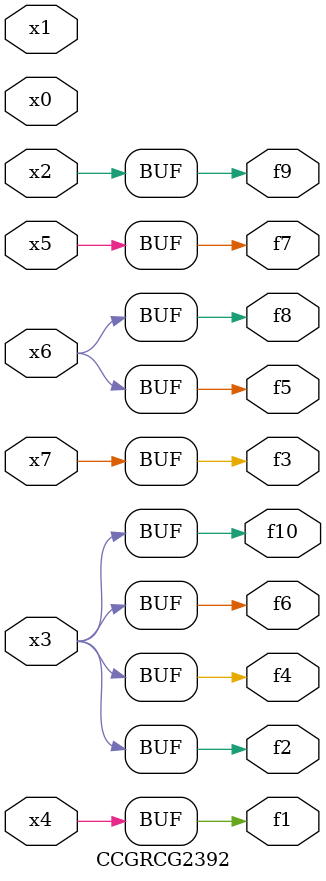
<source format=v>
module CCGRCG2392(
	input x0, x1, x2, x3, x4, x5, x6, x7,
	output f1, f2, f3, f4, f5, f6, f7, f8, f9, f10
);
	assign f1 = x4;
	assign f2 = x3;
	assign f3 = x7;
	assign f4 = x3;
	assign f5 = x6;
	assign f6 = x3;
	assign f7 = x5;
	assign f8 = x6;
	assign f9 = x2;
	assign f10 = x3;
endmodule

</source>
